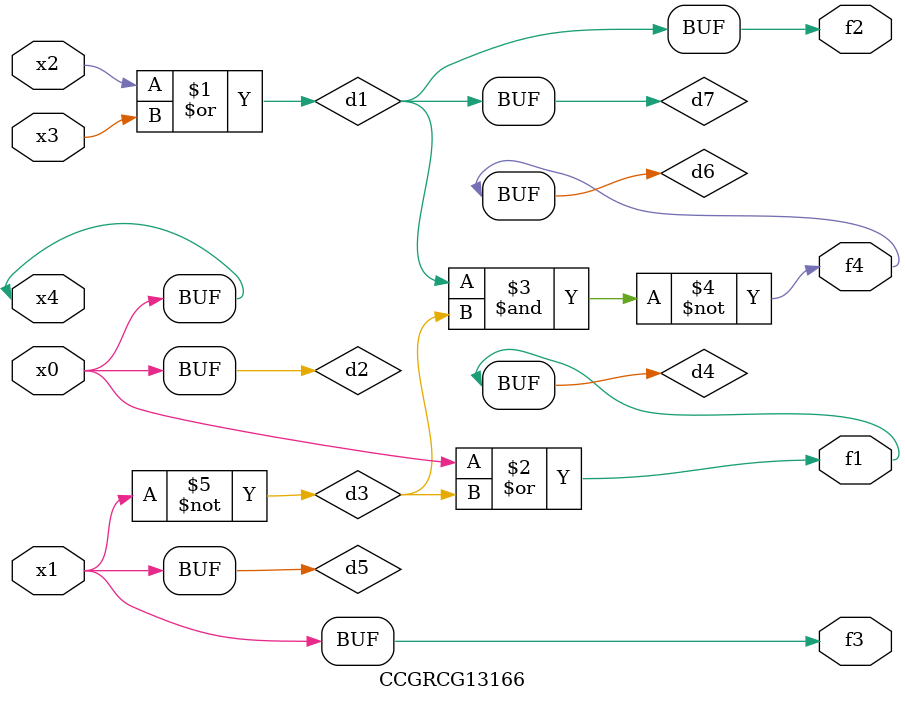
<source format=v>
module CCGRCG13166(
	input x0, x1, x2, x3, x4,
	output f1, f2, f3, f4
);

	wire d1, d2, d3, d4, d5, d6, d7;

	or (d1, x2, x3);
	buf (d2, x0, x4);
	not (d3, x1);
	or (d4, d2, d3);
	not (d5, d3);
	nand (d6, d1, d3);
	or (d7, d1);
	assign f1 = d4;
	assign f2 = d7;
	assign f3 = d5;
	assign f4 = d6;
endmodule

</source>
